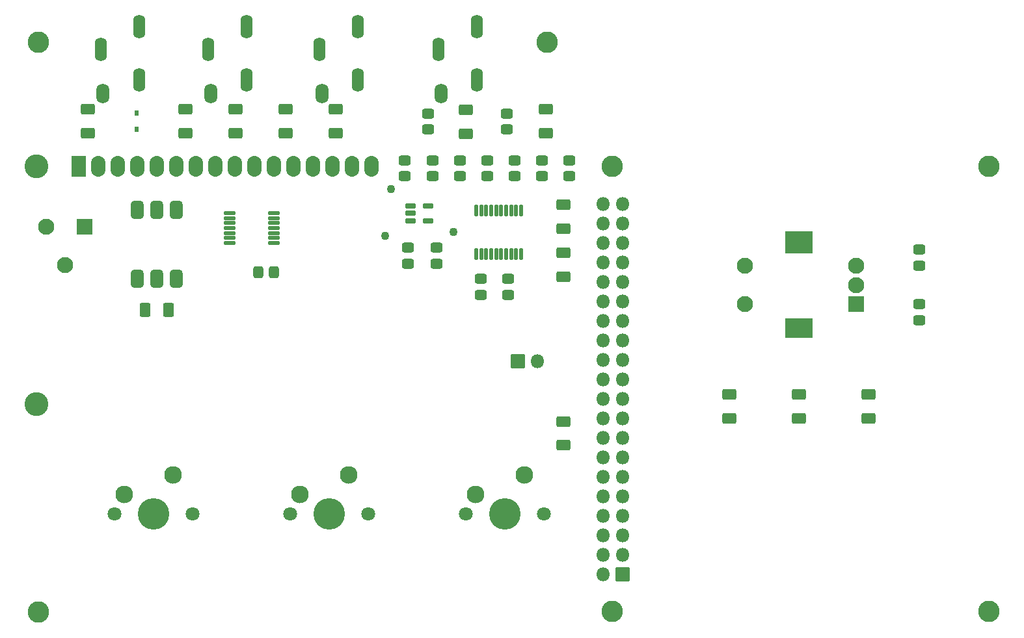
<source format=gbs>
G04 #@! TF.GenerationSoftware,KiCad,Pcbnew,8.0.1*
G04 #@! TF.CreationDate,2025-03-27T22:51:35-07:00*
G04 #@! TF.ProjectId,minidexed,6d696e69-6465-4786-9564-2e6b69636164,rev?*
G04 #@! TF.SameCoordinates,Original*
G04 #@! TF.FileFunction,Soldermask,Bot*
G04 #@! TF.FilePolarity,Negative*
%FSLAX46Y46*%
G04 Gerber Fmt 4.6, Leading zero omitted, Abs format (unit mm)*
G04 Created by KiCad (PCBNEW 8.0.1) date 2025-03-27 22:51:35*
%MOMM*%
%LPD*%
G01*
G04 APERTURE LIST*
G04 Aperture macros list*
%AMRoundRect*
0 Rectangle with rounded corners*
0 $1 Rounding radius*
0 $2 $3 $4 $5 $6 $7 $8 $9 X,Y pos of 4 corners*
0 Add a 4 corners polygon primitive as box body*
4,1,4,$2,$3,$4,$5,$6,$7,$8,$9,$2,$3,0*
0 Add four circle primitives for the rounded corners*
1,1,$1+$1,$2,$3*
1,1,$1+$1,$4,$5*
1,1,$1+$1,$6,$7*
1,1,$1+$1,$8,$9*
0 Add four rect primitives between the rounded corners*
20,1,$1+$1,$2,$3,$4,$5,0*
20,1,$1+$1,$4,$5,$6,$7,0*
20,1,$1+$1,$6,$7,$8,$9,0*
20,1,$1+$1,$8,$9,$2,$3,0*%
G04 Aperture macros list end*
%ADD10O,1.700000X2.600000*%
%ADD11O,1.600000X3.100000*%
%ADD12C,2.800000*%
%ADD13C,1.800000*%
%ADD14C,4.100000*%
%ADD15C,2.300000*%
%ADD16C,3.100000*%
%ADD17RoundRect,0.050000X-0.900000X-1.300000X0.900000X-1.300000X0.900000X1.300000X-0.900000X1.300000X0*%
%ADD18O,1.900000X2.700000*%
%ADD19RoundRect,0.050000X1.000000X1.000000X-1.000000X1.000000X-1.000000X-1.000000X1.000000X-1.000000X0*%
%ADD20C,2.100000*%
%ADD21RoundRect,0.050000X1.750000X1.250000X-1.750000X1.250000X-1.750000X-1.250000X1.750000X-1.250000X0*%
%ADD22RoundRect,0.050000X1.750000X1.400000X-1.750000X1.400000X-1.750000X-1.400000X1.750000X-1.400000X0*%
%ADD23RoundRect,0.050000X0.850000X0.850000X-0.850000X0.850000X-0.850000X-0.850000X0.850000X-0.850000X0*%
%ADD24O,1.800000X1.800000*%
%ADD25RoundRect,0.125000X-0.125000X0.662500X-0.125000X-0.662500X0.125000X-0.662500X0.125000X0.662500X0*%
%ADD26C,1.100000*%
%ADD27RoundRect,0.271277X0.366223X0.503723X-0.366223X0.503723X-0.366223X-0.503723X0.366223X-0.503723X0*%
%ADD28RoundRect,0.271277X0.503723X-0.366223X0.503723X0.366223X-0.503723X0.366223X-0.503723X-0.366223X0*%
%ADD29RoundRect,0.269231X0.655769X-0.430769X0.655769X0.430769X-0.655769X0.430769X-0.655769X-0.430769X0*%
%ADD30RoundRect,0.269231X-0.655769X0.430769X-0.655769X-0.430769X0.655769X-0.430769X0.655769X0.430769X0*%
%ADD31RoundRect,0.271277X-0.503723X0.366223X-0.503723X-0.366223X0.503723X-0.366223X0.503723X0.366223X0*%
%ADD32RoundRect,0.269231X-0.430769X-0.655769X0.430769X-0.655769X0.430769X0.655769X-0.430769X0.655769X0*%
%ADD33RoundRect,0.050000X-0.850000X0.850000X-0.850000X-0.850000X0.850000X-0.850000X0.850000X0.850000X0*%
%ADD34RoundRect,0.175000X-0.537500X-0.175000X0.537500X-0.175000X0.537500X0.175000X-0.537500X0.175000X0*%
%ADD35RoundRect,0.406000X-0.406000X0.787000X-0.406000X-0.787000X0.406000X-0.787000X0.406000X0.787000X0*%
%ADD36RoundRect,0.050000X0.225000X-0.300000X0.225000X0.300000X-0.225000X0.300000X-0.225000X-0.300000X0*%
%ADD37RoundRect,0.125000X-0.662500X-0.125000X0.662500X-0.125000X0.662500X0.125000X-0.662500X0.125000X0*%
G04 APERTURE END LIST*
D10*
X106300000Y-69450000D03*
D11*
X111000000Y-67650000D03*
X106000000Y-63650000D03*
X111000000Y-60750000D03*
D10*
X120300000Y-69450000D03*
D11*
X125000000Y-67650000D03*
X120000000Y-63650000D03*
X125000000Y-60750000D03*
D10*
X134800000Y-69450000D03*
D11*
X139500000Y-67650000D03*
X134500000Y-63650000D03*
X139500000Y-60750000D03*
D10*
X150300000Y-69450000D03*
D11*
X155000000Y-67650000D03*
X155000000Y-60750000D03*
X150000000Y-63650000D03*
D12*
X164100000Y-62700000D03*
D13*
X107820000Y-124200000D03*
D14*
X112900000Y-124200000D03*
D13*
X117980000Y-124200000D03*
D15*
X115440000Y-119120000D03*
X109090000Y-121660000D03*
D16*
X97628900Y-109877200D03*
X97628900Y-78876500D03*
D17*
X103128000Y-78876500D03*
D18*
X105668000Y-78876500D03*
X108208000Y-78876500D03*
X110748000Y-78876500D03*
X113288000Y-78876500D03*
X115828000Y-78876500D03*
X118368000Y-78876500D03*
X120908000Y-78876500D03*
X123448000Y-78876500D03*
X125988000Y-78876500D03*
X128528000Y-78876500D03*
X131068000Y-78876500D03*
X133608000Y-78876500D03*
X136148000Y-78876500D03*
X138688000Y-78876500D03*
X141228000Y-78876500D03*
D19*
X204368400Y-96876500D03*
D20*
X204368400Y-91876500D03*
X204368400Y-94376500D03*
D21*
X196868400Y-99976500D03*
D22*
X196868400Y-88776500D03*
D20*
X189868400Y-91876500D03*
X189868400Y-96876500D03*
D13*
X130670000Y-124200000D03*
X140830000Y-124200000D03*
D14*
X135750000Y-124200000D03*
D15*
X138290000Y-119120000D03*
X131940000Y-121660000D03*
D12*
X97900000Y-137000000D03*
D13*
X153520000Y-124200000D03*
D14*
X158600000Y-124200000D03*
D13*
X163680000Y-124200000D03*
D15*
X161140000Y-119120000D03*
X154790000Y-121660000D03*
D12*
X172618400Y-136892400D03*
X221618400Y-78892400D03*
X172618400Y-78892400D03*
X221618400Y-136892400D03*
D23*
X173918400Y-132042400D03*
D24*
X171378400Y-132042400D03*
X173918400Y-129502400D03*
X171378400Y-129502400D03*
X173918400Y-126962400D03*
X171378400Y-126962400D03*
X173918400Y-124422400D03*
X171378400Y-124422400D03*
X173918400Y-121882400D03*
X171378400Y-121882400D03*
X173918400Y-119342400D03*
X171378400Y-119342400D03*
X173918400Y-116802400D03*
X171378400Y-116802400D03*
X173918400Y-114262400D03*
X171378400Y-114262400D03*
X173918400Y-111722400D03*
X171378400Y-111722400D03*
X173918400Y-109182400D03*
X171378400Y-109182400D03*
X173918400Y-106642400D03*
X171378400Y-106642400D03*
X173918400Y-104102400D03*
X171378400Y-104102400D03*
X173918400Y-101562400D03*
X171378400Y-101562400D03*
X173918400Y-99022400D03*
X171378400Y-99022400D03*
X173918400Y-96482400D03*
X171378400Y-96482400D03*
X173918400Y-93942400D03*
X171378400Y-93942400D03*
X173918400Y-91402400D03*
X171378400Y-91402400D03*
X173918400Y-88862400D03*
X171378400Y-88862400D03*
X173918400Y-86322400D03*
X171378400Y-86322400D03*
X173918400Y-83782400D03*
X171378400Y-83782400D03*
D12*
X97900000Y-62700000D03*
D25*
X154875000Y-84637500D03*
X155525000Y-84637500D03*
X156175000Y-84637500D03*
X156825000Y-84637500D03*
X157475000Y-84637500D03*
X158125000Y-84637500D03*
X158775000Y-84637500D03*
X159425000Y-84637500D03*
X160075000Y-84637500D03*
X160725000Y-84637500D03*
X160725000Y-90362500D03*
X160075000Y-90362500D03*
X159425000Y-90362500D03*
X158775000Y-90362500D03*
X158125000Y-90362500D03*
X157475000Y-90362500D03*
X156825000Y-90362500D03*
X156175000Y-90362500D03*
X155525000Y-90362500D03*
X154875000Y-90362500D03*
D26*
X143000000Y-88000000D03*
D27*
X128587500Y-92700000D03*
X126512500Y-92700000D03*
D28*
X163433330Y-80200000D03*
X163433330Y-78125000D03*
D29*
X187775000Y-111750000D03*
X187775000Y-108650000D03*
D30*
X104375200Y-71500000D03*
X104375200Y-74600000D03*
D31*
X148600000Y-72025000D03*
X148600000Y-74100000D03*
X212500000Y-96875000D03*
X212500000Y-98950000D03*
D28*
X212500000Y-91850000D03*
X212500000Y-89775000D03*
X167000000Y-80200000D03*
X167000000Y-78125000D03*
D29*
X166200000Y-93300000D03*
X166200000Y-90200000D03*
D32*
X111750000Y-97600000D03*
X114850000Y-97600000D03*
D30*
X130087040Y-71500000D03*
X130087040Y-74600000D03*
D26*
X143800000Y-81900000D03*
D29*
X205925000Y-111750000D03*
X205925000Y-108650000D03*
D30*
X166200000Y-112150000D03*
X166200000Y-115250000D03*
D29*
X196850000Y-111750000D03*
X196850000Y-108650000D03*
D31*
X146000000Y-89500000D03*
X146000000Y-91575000D03*
D19*
X103900000Y-86760000D03*
D20*
X101400000Y-91760000D03*
X98900000Y-86760000D03*
D29*
X153500000Y-74650000D03*
X153500000Y-71550000D03*
D30*
X136600000Y-71500000D03*
X136600000Y-74600000D03*
D33*
X160325000Y-104300000D03*
D24*
X162865000Y-104300000D03*
D31*
X159020000Y-93600000D03*
X159020000Y-95675000D03*
D34*
X146300000Y-86000000D03*
X146300000Y-85050000D03*
X146300000Y-84100000D03*
X148575000Y-84100000D03*
X148575000Y-86000000D03*
D31*
X149700000Y-89500000D03*
X149700000Y-91575000D03*
D35*
X110760000Y-84600000D03*
X113300000Y-84600000D03*
X115840000Y-84600000D03*
X115840000Y-93600000D03*
X113300000Y-93600000D03*
X110760000Y-93600000D03*
D36*
X110718160Y-74100000D03*
X110718160Y-72000000D03*
D28*
X145600000Y-80200000D03*
X145600000Y-78125000D03*
D37*
X122800000Y-88900000D03*
X122800000Y-88250000D03*
X122800000Y-87600000D03*
X122800000Y-86950000D03*
X122800000Y-86300000D03*
X122800000Y-85650000D03*
X122800000Y-85000000D03*
X128525000Y-85000000D03*
X128525000Y-85650000D03*
X128525000Y-86300000D03*
X128525000Y-86950000D03*
X128525000Y-87600000D03*
X128525000Y-88250000D03*
X128525000Y-88900000D03*
D28*
X152733332Y-80200000D03*
X152733332Y-78125000D03*
D29*
X166200000Y-87050000D03*
X166200000Y-83950000D03*
D26*
X151900000Y-87500000D03*
D31*
X158886666Y-72012500D03*
X158886666Y-74087500D03*
D30*
X123574080Y-71500000D03*
X123574080Y-74600000D03*
D28*
X156299998Y-80200000D03*
X156299998Y-78125000D03*
X159866664Y-80200000D03*
X159866664Y-78125000D03*
D30*
X117061120Y-71500000D03*
X117061120Y-74600000D03*
D29*
X163900000Y-74600000D03*
X163900000Y-71500000D03*
D28*
X149166666Y-80200000D03*
X149166666Y-78125000D03*
D31*
X155500000Y-93600000D03*
X155500000Y-95675000D03*
M02*

</source>
